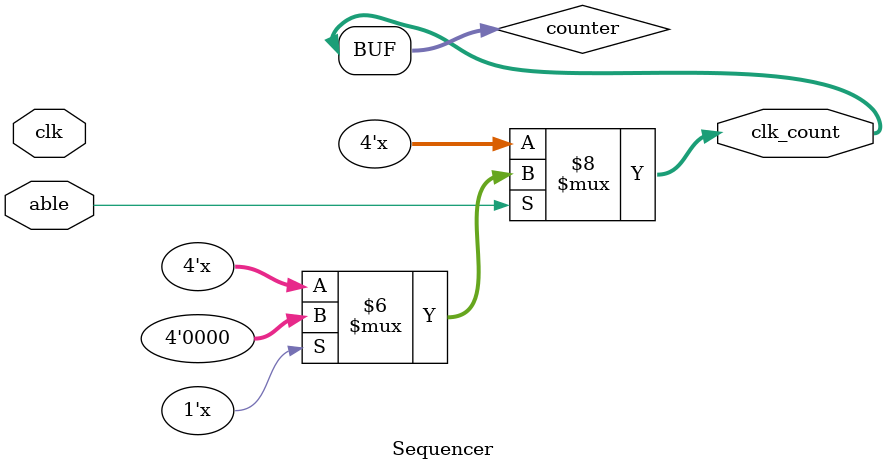
<source format=v>
module Sequencer #(
    parameter upper_bound = 1
) (
    input wire clk,
    input wire able,
    output wire[3:0] clk_count
);

reg [3:0] counter = 0;
always @(clk) begin: update_counter
    if(able)begin
        if (counter == upper_bound)begin
            counter <= 0;
        end else begin
            counter <= counter + 1;
        end
    end
end


assign clk_count = counter;
endmodule
</source>
